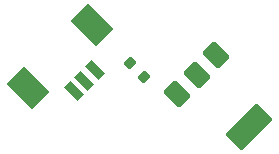
<source format=gbr>
%TF.GenerationSoftware,KiCad,Pcbnew,(6.0.8)*%
%TF.CreationDate,2022-10-29T03:41:05+02:00*%
%TF.ProjectId,view_base,76696577-5f62-4617-9365-2e6b69636164,rev?*%
%TF.SameCoordinates,Original*%
%TF.FileFunction,Paste,Top*%
%TF.FilePolarity,Positive*%
%FSLAX46Y46*%
G04 Gerber Fmt 4.6, Leading zero omitted, Abs format (unit mm)*
G04 Created by KiCad (PCBNEW (6.0.8)) date 2022-10-29 03:41:05*
%MOMM*%
%LPD*%
G01*
G04 APERTURE LIST*
G04 Aperture macros list*
%AMRoundRect*
0 Rectangle with rounded corners*
0 $1 Rounding radius*
0 $2 $3 $4 $5 $6 $7 $8 $9 X,Y pos of 4 corners*
0 Add a 4 corners polygon primitive as box body*
4,1,4,$2,$3,$4,$5,$6,$7,$8,$9,$2,$3,0*
0 Add four circle primitives for the rounded corners*
1,1,$1+$1,$2,$3*
1,1,$1+$1,$4,$5*
1,1,$1+$1,$6,$7*
1,1,$1+$1,$8,$9*
0 Add four rect primitives between the rounded corners*
20,1,$1+$1,$2,$3,$4,$5,0*
20,1,$1+$1,$4,$5,$6,$7,0*
20,1,$1+$1,$6,$7,$8,$9,0*
20,1,$1+$1,$8,$9,$2,$3,0*%
%AMRotRect*
0 Rectangle, with rotation*
0 The origin of the aperture is its center*
0 $1 length*
0 $2 width*
0 $3 Rotation angle, in degrees counterclockwise*
0 Add horizontal line*
21,1,$1,$2,0,0,$3*%
G04 Aperture macros list end*
%ADD10RoundRect,0.250000X-0.883883X0.176777X0.176777X-0.883883X0.883883X-0.176777X-0.176777X0.883883X0*%
%ADD11RoundRect,0.250000X-1.697056X-0.636396X-0.636396X-1.697056X1.697056X0.636396X0.636396X1.697056X0*%
%ADD12RoundRect,0.200000X0.335876X0.053033X0.053033X0.335876X-0.335876X-0.053033X-0.053033X-0.335876X0*%
%ADD13RotRect,2.100000X2.999999X225.000000*%
%ADD14RotRect,0.800000X1.600000X225.000000*%
G04 APERTURE END LIST*
D10*
%TO.C,U1*%
X115398959Y-47079720D03*
D11*
X118227386Y-53160838D03*
D10*
X113772614Y-48706066D03*
X112146268Y-50332411D03*
%TD*%
D12*
%TO.C,R4*%
X109283363Y-48883363D03*
X108116637Y-47716637D03*
%TD*%
D13*
%TO.C,J3*%
X104898162Y-44486828D03*
X99524151Y-49860839D03*
D14*
X105145649Y-48340559D03*
X104261766Y-49224442D03*
X103377882Y-50108326D03*
%TD*%
M02*

</source>
